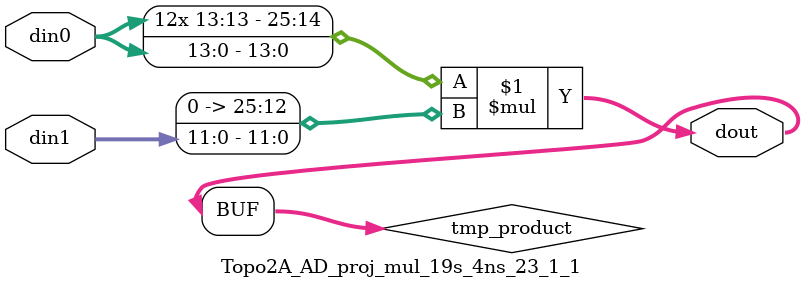
<source format=v>

`timescale 1 ns / 1 ps

 (* use_dsp = "no" *)  module Topo2A_AD_proj_mul_19s_4ns_23_1_1(din0, din1, dout);
parameter ID = 1;
parameter NUM_STAGE = 0;
parameter din0_WIDTH = 14;
parameter din1_WIDTH = 12;
parameter dout_WIDTH = 26;

input [din0_WIDTH - 1 : 0] din0; 
input [din1_WIDTH - 1 : 0] din1; 
output [dout_WIDTH - 1 : 0] dout;

wire signed [dout_WIDTH - 1 : 0] tmp_product;


























assign tmp_product = $signed(din0) * $signed({1'b0, din1});









assign dout = tmp_product;





















endmodule

</source>
